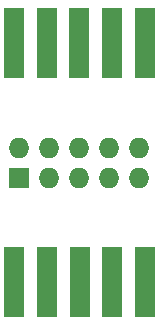
<source format=gts>
G04 #@! TF.GenerationSoftware,KiCad,Pcbnew,(5.1.8)-1*
G04 #@! TF.CreationDate,2021-02-19T21:47:41+01:00*
G04 #@! TF.ProjectId,Sinclair,53696e63-6c61-4697-922e-6b696361645f,rev?*
G04 #@! TF.SameCoordinates,Original*
G04 #@! TF.FileFunction,Soldermask,Top*
G04 #@! TF.FilePolarity,Negative*
%FSLAX46Y46*%
G04 Gerber Fmt 4.6, Leading zero omitted, Abs format (unit mm)*
G04 Created by KiCad (PCBNEW (5.1.8)-1) date 2021-02-19 21:47:41*
%MOMM*%
%LPD*%
G01*
G04 APERTURE LIST*
%ADD10R,1.700000X6.000000*%
%ADD11O,1.727200X1.727200*%
%ADD12R,1.727200X1.727200*%
G04 APERTURE END LIST*
D10*
X136684500Y-78168500D03*
X139454500Y-78168500D03*
X142224500Y-78168500D03*
X144994500Y-78168500D03*
X147764500Y-78168500D03*
D11*
X147320000Y-86995000D03*
X144780000Y-86995000D03*
X142240000Y-86995000D03*
X139700000Y-86995000D03*
X137160000Y-86995000D03*
X147320000Y-89535000D03*
X144780000Y-89535000D03*
X142240000Y-89535000D03*
X139700000Y-89535000D03*
D12*
X137160000Y-89535000D03*
D10*
X136715500Y-98361500D03*
X139485500Y-98361500D03*
X142255500Y-98361500D03*
X145025500Y-98361500D03*
X147795500Y-98361500D03*
M02*

</source>
